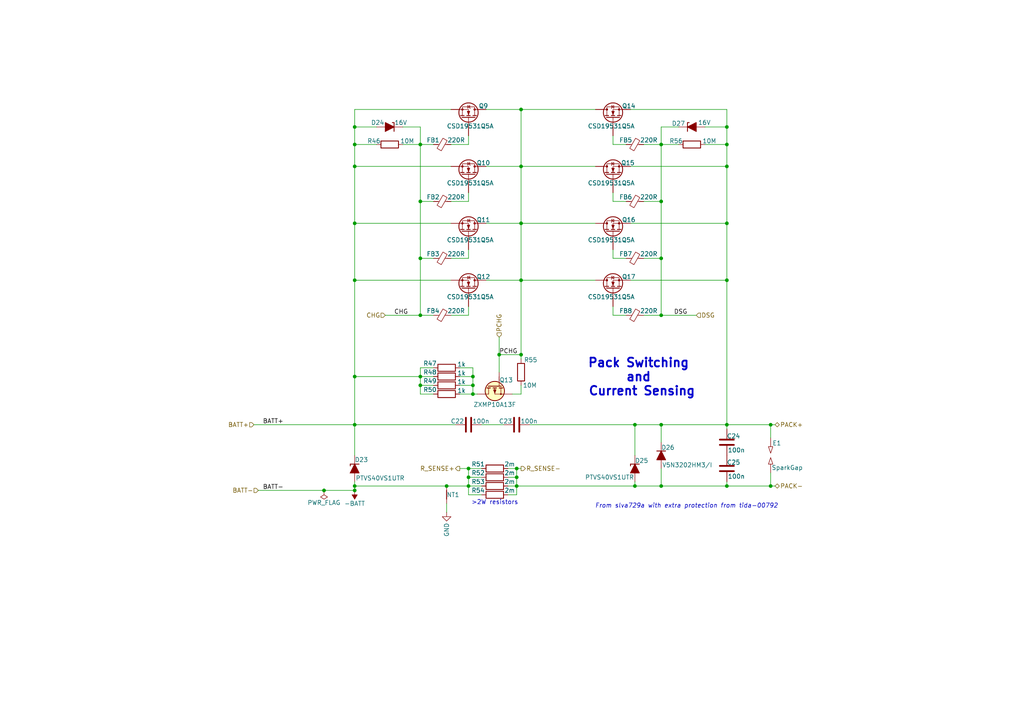
<source format=kicad_sch>
(kicad_sch (version 20250114) (generator "eeschema") (generator_version "9.0")
  (paper "A4")
  (lib_symbols
    (symbol "Device:C" (pin_numbers (hide yes)) (pin_names (offset 0.254))
      (property "Reference" "C" (at 0.635 2.54 0))
      (property "Value" "C" (at 0.635 -2.54 0))
      (symbol "C_0_1"
        (polyline (pts (xy -2.032 0.762) (xy 2.032 0.762)) (stroke (width 0.508)))
        (polyline (pts (xy -2.032 -0.762) (xy 2.032 -0.762)) (stroke (width 0.508)))
      )
      (symbol "C_1_1"
        (pin passive line (at 0 3.81 270) (length 2.794) (name "~") (number "1"))
        (pin passive line (at 0 -3.81 90) (length 2.794) (name "~") (number "2"))
      )
    )
    (symbol "Device:D_Filled" (pin_numbers (hide yes)) (pin_names (offset 1.016) (hide yes))
      (property "Reference" "D" (at 0 2.54 0))
      (property "Value" "D_Filled" (at 0 -2.54 0))
      (symbol "D_Filled_0_1"
        (polyline (pts (xy -1.27 1.27) (xy -1.27 -1.27)) (stroke (width 0.254)))
        (polyline (pts (xy 1.27 1.27) (xy 1.27 -1.27) (xy -1.27 0) (xy 1.27 1.27)) (stroke (width 0.254)) (fill (type outline)))
        (polyline (pts (xy 1.27 0) (xy -1.27 0)))
      )
      (symbol "D_Filled_1_1"
        (pin passive line (at -3.81 0 0) (length 2.54) (name "K") (number "1"))
        (pin passive line (at 3.81 0 180) (length 2.54) (name "A") (number "2"))
      )
    )
    (symbol "Device:D_Zener_Filled" (pin_numbers (hide yes)) (pin_names (offset 1.016) (hide yes))
      (property "Reference" "D" (at 0 2.54 0))
      (property "Value" "D_Zener_Filled" (at 0 -2.54 0))
      (symbol "D_Zener_Filled_0_1"
        (polyline (pts (xy -1.27 -1.27) (xy -1.27 1.27) (xy -0.762 1.27)) (stroke (width 0.254)))
        (polyline (pts (xy 1.27 0) (xy -1.27 0)))
        (polyline (pts (xy 1.27 -1.27) (xy 1.27 1.27) (xy -1.27 0) (xy 1.27 -1.27)) (stroke (width 0.254)) (fill (type outline)))
      )
      (symbol "D_Zener_Filled_1_1"
        (pin passive line (at -3.81 0 0) (length 2.54) (name "K") (number "1"))
        (pin passive line (at 3.81 0 180) (length 2.54) (name "A") (number "2"))
      )
    )
    (symbol "Device:FerriteBead_Small" (pin_numbers (hide yes)) (pin_names (offset 0))
      (property "Reference" "FB" (at 1.905 1.27 0))
      (property "Value" "FerriteBead_Small" (at 1.905 -1.27 0))
      (symbol "FerriteBead_Small_0_1"
        (polyline (pts (xy -1.8288 0.2794) (xy -1.1176 1.4986) (xy 1.8288 -0.2032) (xy 1.1176 -1.4224) (xy -1.8288 0.2794)))
        (polyline (pts (xy 0 0.889) (xy 0 1.2954)))
        (polyline (pts (xy 0 -1.27) (xy 0 -0.7874)))
      )
      (symbol "FerriteBead_Small_1_1"
        (pin passive line (at 0 2.54 270) (length 1.27) (name "~") (number "1"))
        (pin passive line (at 0 -2.54 90) (length 1.27) (name "~") (number "2"))
      )
    )
    (symbol "Device:NetTie_2" (pin_numbers (hide yes)) (pin_names (offset 0) (hide yes)) (in_bom no)
      (property "Reference" "NT" (at 0 1.27 0))
      (property "Value" "NetTie_2" (at 0 -1.27 0))
      (symbol "NetTie_2_0_1"
        (polyline (pts (xy -1.27 0) (xy 1.27 0)) (stroke (width 0.254)))
      )
      (symbol "NetTie_2_1_1"
        (pin passive line (at -2.54 0 0) (length 2.54) (name "1") (number "1"))
        (pin passive line (at 2.54 0 180) (length 2.54) (name "2") (number "2"))
      )
    )
    (symbol "Device:R" (pin_numbers (hide yes)) (pin_names (offset 0))
      (property "Reference" "R" (at 2.032 0 90))
      (property "Value" "R" (at 0 0 90))
      (symbol "R_0_1"
        (rectangle (start -1.016 -2.54) (end 1.016 2.54) (stroke (width 0.254)))
      )
      (symbol "R_1_1"
        (pin passive line (at 0 3.81 270) (length 1.27) (name "~") (number "1"))
        (pin passive line (at 0 -3.81 90) (length 1.27) (name "~") (number "2"))
      )
    )
    (symbol "Device:SparkGap" (pin_numbers (hide yes)) (pin_names (offset 0))
      (property "Reference" "E" (at 0 2.032 0))
      (property "Value" "SparkGap" (at 0 -1.905 0))
      (symbol "SparkGap_0_1"
        (polyline (pts (xy -2.54 0.635) (xy -2.54 -0.635) (xy -0.635 0) (xy -2.54 0.635)))
        (polyline (pts (xy 2.54 0.635) (xy 2.54 -0.635) (xy 0.635 0) (xy 2.54 0.635)))
      )
      (symbol "SparkGap_1_1"
        (pin passive line (at -5.08 0 0) (length 2.54) (name "~") (number "1"))
        (pin passive line (at 5.08 0 180) (length 2.54) (name "~") (number "2"))
      )
    )
    (symbol "PCM_4ms_Power-symbol:PWR_FLAG" (power) (pin_numbers (hide yes)) (pin_names (offset 0) (hide yes))
      (property "Value" "PWR_FLAG" (at 0 3.81 0))
      (symbol "PWR_FLAG_0_0"
        (pin power_out line (at 0 0 90) (length 0) (name "pwr") (number "1"))
      )
      (symbol "PWR_FLAG_0_1"
        (polyline (pts (xy 0 0) (xy 0 1.27) (xy -1.016 1.905) (xy 0 2.54) (xy 1.016 1.905) (xy 0 1.27)))
      )
    )
    (symbol "PCM_Diode_TVS_AKL:PTVS40VS1UTR" (pin_numbers (hide yes)) (pin_names (offset 1.016) (hide yes))
      (property "Reference" "D" (at 0 5.08 0))
      (property "Value" "PTVS40VS1UTR" (at 0 2.54 0))
      (symbol "PTVS40VS1UTR_0_1"
        (polyline (pts (xy -1.27 1.27) (xy -1.27 -1.27) (xy 1.27 0) (xy -1.27 1.27)) (stroke (width 0.254)) (fill (type outline)))
        (polyline (pts (xy -1.27 0) (xy 1.27 0)))
        (polyline (pts (xy 1.27 1.27) (xy 0.762 1.27)) (stroke (width 0.254)))
        (polyline (pts (xy 1.27 -1.27) (xy 1.27 1.27)) (stroke (width 0.254)))
      )
      (symbol "PTVS40VS1UTR_0_2"
        (polyline (pts (xy -2.54 -2.54) (xy 2.54 2.54)))
        (polyline (pts (xy -0.889 -0.889) (xy -1.778 0) (xy 0.889 0.889) (xy 0 -1.778) (xy -0.889 -0.889)) (stroke (width 0.254)) (fill (type outline)))
        (polyline (pts (xy 0 1.778) (xy -0.381 1.397)) (stroke (width 0.254)))
        (polyline (pts (xy 0 1.778) (xy 1.778 0)) (stroke (width 0.254)))
      )
      (symbol "PTVS40VS1UTR_1_1"
        (pin passive line (at -3.81 0 0) (length 2.54) (name "A") (number "2"))
        (pin passive line (at 3.81 0 180) (length 2.54) (name "K") (number "1"))
      )
      (symbol "PTVS40VS1UTR_1_2"
        (pin passive line (at -2.54 -2.54 0) (length 0) (name "A") (number "2"))
        (pin passive line (at 2.54 2.54 180) (length 0) (name "K") (number "1"))
      )
    )
    (symbol "Transistor_FET:CSD19531Q5A" (pin_numbers (hide yes)) (pin_names (hide yes))
      (property "Reference" "Q" (at 5.08 1.905 0))
      (property "Value" "CSD19531Q5A" (at 5.08 0 0))
      (symbol "CSD19531Q5A_0_1"
        (polyline (pts (xy 0.254 1.905) (xy 0.254 -1.905)) (stroke (width 0.254)))
        (polyline (pts (xy 0.254 0) (xy -2.54 0)))
        (polyline (pts (xy 0.762 2.286) (xy 0.762 1.27)) (stroke (width 0.254)))
        (polyline (pts (xy 0.762 0.508) (xy 0.762 -0.508)) (stroke (width 0.254)))
        (polyline (pts (xy 0.762 -1.27) (xy 0.762 -2.286)) (stroke (width 0.254)))
        (polyline (pts (xy 0.762 -1.778) (xy 3.302 -1.778) (xy 3.302 1.778) (xy 0.762 1.778)))
        (polyline (pts (xy 1.016 0) (xy 2.032 0.381) (xy 2.032 -0.381) (xy 1.016 0)) (fill (type outline)))
        (circle (center 1.651 0) (radius 2.794) (stroke (width 0.254)))
        (polyline (pts (xy 2.54 2.54) (xy 2.54 1.778)))
        (circle (center 2.54 1.778) (radius 0.254) (fill (type outline)))
        (circle (center 2.54 -1.778) (radius 0.254) (fill (type outline)))
        (polyline (pts (xy 2.54 -2.54) (xy 2.54 0) (xy 0.762 0)))
        (polyline (pts (xy 2.794 0.508) (xy 2.921 0.381) (xy 3.683 0.381) (xy 3.81 0.254)))
        (polyline (pts (xy 3.302 0.381) (xy 2.921 -0.254) (xy 3.683 -0.254) (xy 3.302 0.381)))
      )
      (symbol "CSD19531Q5A_1_1"
        (pin passive line (at -5.08 0 0) (length 2.54) (name "G") (number "4"))
        (pin passive line (at 2.54 5.08 270) (length 2.54) (name "D") (number "5"))
        (pin passive line (at 2.54 -5.08 90) (length 2.54) (name "S") (number "1"))
        (pin passive line (at 2.54 -5.08 90) (length 2.54) (hide yes) (name "S") (number "2"))
        (pin passive line (at 2.54 -5.08 90) (length 2.54) (hide yes) (name "S") (number "3"))
      )
    )
    (symbol "ZXMP10A13F_2" (pin_numbers (hide yes)) (pin_names (hide yes))
      (property "Reference" "Q" (at 5.08 1.27 0))
      (property "Value" "ZXMP10A13F" (at 5.08 -1.27 0))
      (symbol "ZXMP10A13F_2_0_1"
        (polyline (pts (xy 0.254 1.27) (xy -2.54 1.27)))
        (polyline (pts (xy 0.254 -1.905) (xy 0.254 1.905)) (stroke (width 0.254)))
        (polyline (pts (xy 0.762 1.778) (xy 2.54 1.778)))
        (polyline (pts (xy 0.762 1.27) (xy 0.762 2.286)) (stroke (width 0.254)))
        (polyline (pts (xy 0.762 -0.508) (xy 0.762 0.508)) (stroke (width 0.254)))
        (polyline (pts (xy 0.762 -1.778) (xy 2.54 -1.778)))
        (polyline (pts (xy 0.762 -2.286) (xy 0.762 -1.27)) (stroke (width 0.254)))
        (polyline (pts (xy 2.286 0) (xy 1.27 -0.381) (xy 1.27 0.381) (xy 2.286 0)) (fill (type outline)))
        (polyline (pts (xy 2.54 2.54) (xy 2.54 0) (xy 0.762 0)))
        (polyline (pts (xy 2.54 -2.54) (xy 2.54 -1.778)))
      )
      (symbol "ZXMP10A13F_2_1_1"
        (circle (center 1.651 0) (radius 2.794) (stroke (width 0.254)) (fill (type background)))
        (circle (center 2.54 1.778) (radius 0.1778) (fill (type outline)))
        (pin input line (at -3.81 1.27 0) (length 2.54) (name "G") (number "1"))
        (pin passive line (at 2.54 5.08 270) (length 2.54) (name "S") (number "2"))
        (pin passive line (at 2.54 -5.08 90) (length 2.54) (name "D") (number "3"))
      )
    )
    (symbol "power:-BATT" (power) (pin_numbers (hide yes)) (pin_names (offset 0) (hide yes))
      (property "Value" "-BATT" (at 0 3.556 0))
      (symbol "-BATT_0_1"
        (polyline (pts (xy 0 0) (xy 0 2.54)))
        (polyline (pts (xy 0.762 1.27) (xy -0.762 1.27) (xy 0 2.54) (xy 0.762 1.27)) (fill (type outline)))
      )
      (symbol "-BATT_1_1"
        (pin power_in line (at 0 0 90) (length 0) (name "~") (number "1"))
      )
    )
    (symbol "power:GND" (power) (pin_numbers (hide yes)) (pin_names (offset 0) (hide yes))
      (property "Value" "GND" (at 0 -3.81 0))
      (symbol "GND_0_1"
        (polyline (pts (xy 0 0) (xy 0 -1.27) (xy 1.27 -1.27) (xy 0 -2.54) (xy -1.27 -1.27) (xy 0 -1.27)))
      )
      (symbol "GND_1_1"
        (pin power_in line (at 0 0 270) (length 0) (name "~") (number "1"))
      )
    )
  )
  (text "Pack Switching \nand \nCurrent Sensing" (at 186.182 109.474 0) (effects (font (size 2.54 2.54) (thickness 0.508) (bold yes))))
  (text "From slva729a with extra protection from tida-00792" (at 199.136 146.812 0) (effects (font (size 1.27 1.27) (italic yes))))
  (text ">2W resistors" (at 143.51 145.796 0) (effects (font (size 1.27 1.27))))
  (junction (at 184.15 140.97))
  (junction (at 149.86 135.89))
  (junction (at 137.16 109.22))
  (junction (at 210.82 48.26))
  (junction (at 121.92 74.93))
  (junction (at 102.87 48.26))
  (junction (at 135.89 138.43))
  (junction (at 135.89 135.89))
  (junction (at 191.77 91.44))
  (junction (at 121.92 58.42))
  (junction (at 121.92 91.44))
  (junction (at 102.87 64.77))
  (junction (at 223.52 140.97))
  (junction (at 149.86 138.43))
  (junction (at 121.92 41.91))
  (junction (at 223.52 123.19))
  (junction (at 102.87 142.24))
  (junction (at 102.87 140.97))
  (junction (at 151.13 64.77))
  (junction (at 137.16 111.76))
  (junction (at 191.77 41.91))
  (junction (at 191.77 58.42))
  (junction (at 210.82 81.28))
  (junction (at 144.78 102.87))
  (junction (at 121.92 109.22))
  (junction (at 210.82 41.91))
  (junction (at 151.13 31.75))
  (junction (at 93.98 142.24))
  (junction (at 102.87 36.83))
  (junction (at 151.13 102.87))
  (junction (at 121.92 111.76))
  (junction (at 210.82 36.83))
  (junction (at 210.82 64.77))
  (junction (at 191.77 74.93))
  (junction (at 149.86 140.97))
  (junction (at 129.54 140.97))
  (junction (at 191.77 123.19))
  (junction (at 137.16 114.3))
  (junction (at 191.77 140.97))
  (junction (at 210.82 140.97))
  (junction (at 102.87 123.19))
  (junction (at 102.87 41.91))
  (junction (at 151.13 81.28))
  (junction (at 102.87 81.28))
  (junction (at 210.82 123.19))
  (junction (at 151.13 48.26))
  (junction (at 184.15 123.19))
  (junction (at 102.87 109.22))
  (junction (at 135.89 140.97))
  (wire (pts (xy 102.87 123.19) (xy 102.87 132.08)))
  (wire (pts (xy 210.82 48.26) (xy 182.88 48.26)))
  (wire (pts (xy 137.16 106.68) (xy 137.16 109.22)))
  (wire (pts (xy 151.13 81.28) (xy 172.72 81.28)))
  (wire (pts (xy 137.16 111.76) (xy 137.16 114.3)))
  (wire (pts (xy 102.87 48.26) (xy 102.87 64.77)))
  (wire (pts (xy 125.73 74.93) (xy 121.92 74.93)))
  (wire (pts (xy 223.52 137.16) (xy 223.52 140.97)))
  (wire (pts (xy 102.87 36.83) (xy 109.22 36.83)))
  (wire (pts (xy 184.15 140.97) (xy 191.77 140.97)))
  (wire (pts (xy 147.32 140.97) (xy 149.86 140.97)))
  (wire (pts (xy 121.92 106.68) (xy 125.73 106.68)))
  (wire (pts (xy 144.78 102.87) (xy 151.13 102.87)))
  (wire (pts (xy 102.87 109.22) (xy 102.87 123.19)))
  (wire (pts (xy 196.85 41.91) (xy 191.77 41.91)))
  (wire (pts (xy 121.92 91.44) (xy 121.92 74.93)))
  (wire (pts (xy 184.15 123.19) (xy 191.77 123.19)))
  (wire (pts (xy 144.78 102.87) (xy 144.78 107.95)))
  (wire (pts (xy 140.97 64.77) (xy 151.13 64.77)))
  (wire (pts (xy 135.89 135.89) (xy 139.7 135.89)))
  (wire (pts (xy 135.89 91.44) (xy 135.89 88.9)))
  (wire (pts (xy 135.89 58.42) (xy 135.89 55.88)))
  (wire (pts (xy 144.78 97.79) (xy 144.78 102.87)))
  (wire (pts (xy 210.82 48.26) (xy 210.82 64.77)))
  (wire (pts (xy 135.89 140.97) (xy 135.89 143.51)))
  (wire (pts (xy 210.82 140.97) (xy 223.52 140.97)))
  (wire (pts (xy 223.52 127) (xy 223.52 123.19)))
  (wire (pts (xy 102.87 31.75) (xy 102.87 36.83)))
  (wire (pts (xy 186.69 58.42) (xy 191.77 58.42)))
  (wire (pts (xy 181.61 91.44) (xy 177.8 91.44)))
  (wire (pts (xy 102.87 64.77) (xy 102.87 81.28)))
  (wire (pts (xy 121.92 41.91) (xy 121.92 58.42)))
  (wire (pts (xy 210.82 36.83) (xy 210.82 41.91)))
  (wire (pts (xy 139.7 138.43) (xy 135.89 138.43)))
  (wire (pts (xy 201.93 91.44) (xy 191.77 91.44)))
  (wire (pts (xy 140.97 48.26) (xy 151.13 48.26)))
  (wire (pts (xy 135.89 41.91) (xy 135.89 39.37)))
  (wire (pts (xy 149.86 135.89) (xy 149.86 138.43)))
  (wire (pts (xy 191.77 123.19) (xy 210.82 123.19)))
  (wire (pts (xy 191.77 58.42) (xy 191.77 74.93)))
  (wire (pts (xy 125.73 91.44) (xy 121.92 91.44)))
  (wire (pts (xy 129.54 146.05) (xy 129.54 148.59)))
  (wire (pts (xy 181.61 41.91) (xy 177.8 41.91)))
  (wire (pts (xy 121.92 41.91) (xy 125.73 41.91)))
  (wire (pts (xy 181.61 74.93) (xy 177.8 74.93)))
  (wire (pts (xy 133.35 111.76) (xy 137.16 111.76)))
  (wire (pts (xy 210.82 124.46) (xy 210.82 123.19)))
  (wire (pts (xy 210.82 31.75) (xy 182.88 31.75)))
  (wire (pts (xy 121.92 114.3) (xy 125.73 114.3)))
  (wire (pts (xy 149.86 140.97) (xy 184.15 140.97)))
  (wire (pts (xy 140.97 81.28) (xy 151.13 81.28)))
  (wire (pts (xy 102.87 41.91) (xy 109.22 41.91)))
  (wire (pts (xy 210.82 81.28) (xy 182.88 81.28)))
  (wire (pts (xy 121.92 111.76) (xy 121.92 114.3)))
  (wire (pts (xy 121.92 36.83) (xy 121.92 41.91)))
  (wire (pts (xy 191.77 140.97) (xy 210.82 140.97)))
  (wire (pts (xy 151.13 48.26) (xy 151.13 64.77)))
  (wire (pts (xy 186.69 74.93) (xy 191.77 74.93)))
  (wire (pts (xy 133.35 135.89) (xy 135.89 135.89)))
  (wire (pts (xy 191.77 135.89) (xy 191.77 140.97)))
  (wire (pts (xy 73.66 123.19) (xy 102.87 123.19)))
  (wire (pts (xy 191.77 41.91) (xy 191.77 58.42)))
  (wire (pts (xy 135.89 135.89) (xy 135.89 138.43)))
  (wire (pts (xy 177.8 74.93) (xy 177.8 72.39)))
  (wire (pts (xy 151.13 64.77) (xy 172.72 64.77)))
  (wire (pts (xy 151.13 64.77) (xy 151.13 81.28)))
  (wire (pts (xy 93.98 142.24) (xy 102.87 142.24)))
  (wire (pts (xy 139.7 123.19) (xy 146.05 123.19)))
  (wire (pts (xy 191.77 91.44) (xy 191.77 74.93)))
  (wire (pts (xy 137.16 109.22) (xy 137.16 111.76)))
  (wire (pts (xy 130.81 58.42) (xy 135.89 58.42)))
  (wire (pts (xy 135.89 74.93) (xy 135.89 72.39)))
  (wire (pts (xy 102.87 64.77) (xy 130.81 64.77)))
  (wire (pts (xy 121.92 58.42) (xy 121.92 74.93)))
  (wire (pts (xy 151.13 31.75) (xy 151.13 48.26)))
  (wire (pts (xy 121.92 109.22) (xy 121.92 111.76)))
  (wire (pts (xy 210.82 140.97) (xy 210.82 139.7)))
  (wire (pts (xy 184.15 140.97) (xy 184.15 139.7)))
  (wire (pts (xy 191.77 123.19) (xy 191.77 128.27)))
  (wire (pts (xy 130.81 91.44) (xy 135.89 91.44)))
  (wire (pts (xy 147.32 138.43) (xy 149.86 138.43)))
  (wire (pts (xy 102.87 36.83) (xy 102.87 41.91)))
  (wire (pts (xy 153.67 123.19) (xy 184.15 123.19)))
  (wire (pts (xy 102.87 123.19) (xy 132.08 123.19)))
  (wire (pts (xy 210.82 64.77) (xy 182.88 64.77)))
  (wire (pts (xy 224.79 140.97) (xy 223.52 140.97)))
  (wire (pts (xy 147.32 135.89) (xy 149.86 135.89)))
  (wire (pts (xy 210.82 64.77) (xy 210.82 81.28)))
  (wire (pts (xy 129.54 140.97) (xy 135.89 140.97)))
  (wire (pts (xy 149.86 140.97) (xy 149.86 143.51)))
  (wire (pts (xy 133.35 109.22) (xy 137.16 109.22)))
  (wire (pts (xy 210.82 123.19) (xy 223.52 123.19)))
  (wire (pts (xy 210.82 41.91) (xy 210.82 48.26)))
  (wire (pts (xy 102.87 140.97) (xy 102.87 139.7)))
  (wire (pts (xy 151.13 102.87) (xy 151.13 104.14)))
  (wire (pts (xy 121.92 109.22) (xy 121.92 106.68)))
  (wire (pts (xy 133.35 106.68) (xy 137.16 106.68)))
  (wire (pts (xy 130.81 74.93) (xy 135.89 74.93)))
  (wire (pts (xy 224.79 123.19) (xy 223.52 123.19)))
  (wire (pts (xy 191.77 36.83) (xy 191.77 41.91)))
  (wire (pts (xy 135.89 140.97) (xy 139.7 140.97)))
  (wire (pts (xy 135.89 138.43) (xy 135.89 140.97)))
  (wire (pts (xy 125.73 58.42) (xy 121.92 58.42)))
  (wire (pts (xy 121.92 111.76) (xy 125.73 111.76)))
  (wire (pts (xy 102.87 41.91) (xy 102.87 48.26)))
  (wire (pts (xy 151.13 114.3) (xy 148.59 114.3)))
  (wire (pts (xy 177.8 91.44) (xy 177.8 88.9)))
  (wire (pts (xy 186.69 91.44) (xy 191.77 91.44)))
  (wire (pts (xy 196.85 36.83) (xy 191.77 36.83)))
  (wire (pts (xy 140.97 31.75) (xy 151.13 31.75)))
  (wire (pts (xy 210.82 81.28) (xy 210.82 123.19)))
  (wire (pts (xy 102.87 140.97) (xy 129.54 140.97)))
  (wire (pts (xy 149.86 135.89) (xy 151.13 135.89)))
  (wire (pts (xy 116.84 41.91) (xy 121.92 41.91)))
  (wire (pts (xy 102.87 31.75) (xy 130.81 31.75)))
  (wire (pts (xy 102.87 48.26) (xy 130.81 48.26)))
  (wire (pts (xy 151.13 31.75) (xy 172.72 31.75)))
  (wire (pts (xy 151.13 111.76) (xy 151.13 114.3)))
  (wire (pts (xy 137.16 114.3) (xy 138.43 114.3)))
  (wire (pts (xy 135.89 143.51) (xy 139.7 143.51)))
  (wire (pts (xy 151.13 81.28) (xy 151.13 102.87)))
  (wire (pts (xy 102.87 81.28) (xy 130.81 81.28)))
  (wire (pts (xy 133.35 114.3) (xy 137.16 114.3)))
  (wire (pts (xy 149.86 143.51) (xy 147.32 143.51)))
  (wire (pts (xy 102.87 81.28) (xy 102.87 109.22)))
  (wire (pts (xy 210.82 36.83) (xy 204.47 36.83)))
  (wire (pts (xy 116.84 36.83) (xy 121.92 36.83)))
  (wire (pts (xy 191.77 41.91) (xy 186.69 41.91)))
  (wire (pts (xy 102.87 140.97) (xy 102.87 142.24)))
  (wire (pts (xy 121.92 109.22) (xy 125.73 109.22)))
  (wire (pts (xy 102.87 109.22) (xy 121.92 109.22)))
  (wire (pts (xy 210.82 41.91) (xy 204.47 41.91)))
  (wire (pts (xy 151.13 48.26) (xy 172.72 48.26)))
  (wire (pts (xy 74.93 142.24) (xy 93.98 142.24)))
  (wire (pts (xy 130.81 41.91) (xy 135.89 41.91)))
  (wire (pts (xy 177.8 41.91) (xy 177.8 39.37)))
  (wire (pts (xy 177.8 58.42) (xy 177.8 55.88)))
  (wire (pts (xy 181.61 58.42) (xy 177.8 58.42)))
  (wire (pts (xy 184.15 123.19) (xy 184.15 132.08)))
  (wire (pts (xy 210.82 31.75) (xy 210.82 36.83)))
  (wire (pts (xy 149.86 138.43) (xy 149.86 140.97)))
  (wire (pts (xy 111.76 91.44) (xy 121.92 91.44)))
  (label "CHG" (at 114.3 91.44 0))
  (label "PCHG" (at 144.78 102.87 0))
  (label "BATT-" (at 76.2 142.24 0) (effects (font (thickness 0.1588))))
  (label "DSG" (at 199.39 91.44 180))
  (label "BATT+" (at 76.2 123.19 0) (effects (font (thickness 0.1588))))
  (hierarchical_label "PACK+" (shape bidirectional) (at 224.79 123.19 0))
  (hierarchical_label "R_SENSE+" (shape output) (at 133.35 135.89 180))
  (hierarchical_label "R_SENSE-" (shape output) (at 151.13 135.89 0))
  (hierarchical_label "BATT+" (shape input) (at 73.66 123.19 180))
  (hierarchical_label "BATT-" (shape input) (at 74.93 142.24 180))
  (hierarchical_label "PACK-" (shape bidirectional) (at 224.79 140.97 0))
  (hierarchical_label "DSG" (shape input) (at 201.93 91.44 0))
  (hierarchical_label "CHG" (shape input) (at 111.76 91.44 180))
  (hierarchical_label "PCHG" (shape input) (at 144.78 97.79 90))
  (symbol (lib_id "Device:R") (at 143.51 135.89 90) (unit 1)
    (property "Reference" "R51" (at 138.684 134.62 90))
    (property "Value" "2m" (at 147.828 134.62 90))
    (property "Description" "Resistor" (effects (hide yes)))
  )
  (symbol (lib_id "Device:R") (at 151.13 107.95 0) (mirror y) (unit 1)
    (property "Reference" "R55" (at 153.924 104.394 0))
    (property "Value" "10M" (at 153.67 111.76 0))
    (property "Description" "Resistor" (effects (hide yes)))
  )
  (symbol (lib_id "Device:FerriteBead_Small") (at 128.27 58.42 90) (unit 1)
    (property "Reference" "FB2" (at 127.508 57.15 90) (effects (justify left)))
    (property "Value" "220R" (at 134.874 57.15 90) (effects (justify left)))
    (property "Description" "Ferrite bead, small symbol" (effects (hide yes)))
  )
  (symbol (lib_id "Device:D_Filled") (at 191.77 132.08 270) (unit 1)
    (property "Reference" "D26" (at 191.77 129.794 90) (effects (justify left)))
    (property "Value" "V5N3202HM3/I" (at 192.024 134.874 90) (effects (justify left)))
    (property "Description" "Diode, filled shape" (effects (hide yes)))
    (property "Sim.Device" "D" (effects (hide yes)))
    (property "Sim.Pins" "1=K 2=A" (effects (hide yes)))
  )
  (symbol (lib_id "Device:R") (at 113.03 41.91 270) (unit 1)
    (property "Reference" "R46" (at 108.458 40.894 90))
    (property "Value" "10M" (at 118.11 40.894 90))
    (property "Description" "Resistor" (effects (hide yes)))
  )
  (symbol (lib_id "Device:R") (at 143.51 140.97 90) (unit 1)
    (property "Reference" "R53" (at 138.684 139.7 90))
    (property "Value" "2m" (at 147.828 139.7 90))
    (property "Description" "Resistor" (effects (hide yes)))
  )
  (symbol (lib_id "Device:C") (at 210.82 135.89 0) (mirror x) (unit 1)
    (property "Reference" "C25" (at 210.82 134.112 0) (effects (justify left)))
    (property "Value" "100n" (at 211.074 138.176 0) (effects (justify left)))
    (property "Description" "Unpolarized capacitor" (effects (hide yes)))
  )
  (symbol (lib_name "ZXMP10A13F_2") (lib_id "PCM_Transistor_MOSFET_AKL:ZXMP10A13F") (at 143.51 111.76 270) (unit 1)
    (property "Reference" "Q13" (at 146.812 110.236 90))
    (property "Value" "ZXMP10A13F" (at 143.51 117.348 90))
    (property "Footprint" "PCM_Package_TO_SOT_SMD_AKL:SOT-23" (effects (hide yes)))
    (property "Datasheet" "https://www.tme.eu/Document/71caec234188a0900f7c4ed77bf796be/ZXMP10A13F.pdf" (effects (hide yes)))
    (property "Description" "SOT-23 P-MOSFET enchancement mode transistor, 100V, 0.7A, 625mW, Alternate KiCAD Library" (effects (hide yes)))
  )
  (symbol (lib_id "Device:FerriteBead_Small") (at 184.15 58.42 90) (unit 1)
    (property "Reference" "FB6" (at 183.388 57.15 90) (effects (justify left)))
    (property "Value" "220R" (at 190.754 57.15 90) (effects (justify left)))
    (property "Description" "Ferrite bead, small symbol" (effects (hide yes)))
  )
  (symbol (lib_id "Device:FerriteBead_Small") (at 184.15 41.91 90) (unit 1)
    (property "Reference" "FB5" (at 183.388 40.64 90) (effects (justify left)))
    (property "Value" "220R" (at 190.754 40.64 90) (effects (justify left)))
    (property "Description" "Ferrite bead, small symbol" (effects (hide yes)))
  )
  (symbol (lib_id "PCM_Diode_TVS_AKL:PTVS40VS1UTR") (at 102.87 135.89 90) (unit 1)
    (property "Reference" "D23" (at 102.87 133.35 90) (effects (justify right)))
    (property "Value" "PTVS40VS1UTR" (at 103.124 138.684 90) (effects (justify right)))
    (property "Footprint" "PCM_Diode_SMD_AKL:D_SOD-123F" (effects (hide yes)))
    (property "Datasheet" "https://www.tme.eu/Document/2e8aaef06c6b99cbe490b416bc53c8a0/PTVSXS1UTR_SER.pdf" (effects (hide yes)))
    (property "Description" "SOD-123F Unidirectional TVS diode, 40V, 400W, Alternate KiCAD Library" (effects (hide yes)))
  )
  (symbol (lib_id "Transistor_FET:CSD19531Q5A") (at 135.89 34.29 270) (mirror x) (unit 1)
    (property "Reference" "Q9" (at 140.208 30.734 90))
    (property "Value" "CSD19531Q5A" (at 136.398 36.576 90))
    (property "Footprint" "Package_TO_SOT_SMD:TDSON-8-1" (effects (hide yes)))
    (property "Datasheet" "http://www.ti.com/lit/gpn/csd19531q5a" (effects (hide yes)))
    (property "Description" "100A Id, 100V Vds, NexFET N-Channel Power MOSFET, 6.4mOhm Ron, 37nC Qg(typ), SON8 5x6mm" (effects (hide yes)))
  )
  (symbol (lib_id "Transistor_FET:CSD19531Q5A") (at 177.8 67.31 90) (unit 1)
    (property "Reference" "Q16" (at 182.372 63.754 90))
    (property "Value" "CSD19531Q5A" (at 177.292 69.596 90))
    (property "Footprint" "Package_TO_SOT_SMD:TDSON-8-1" (effects (hide yes)))
    (property "Datasheet" "http://www.ti.com/lit/gpn/csd19531q5a" (effects (hide yes)))
    (property "Description" "100A Id, 100V Vds, NexFET N-Channel Power MOSFET, 6.4mOhm Ron, 37nC Qg(typ), SON8 5x6mm" (effects (hide yes)))
  )
  (symbol (lib_id "Device:R") (at 129.54 109.22 90) (unit 1)
    (property "Reference" "R48" (at 124.714 107.95 90))
    (property "Value" "1k" (at 133.858 108.204 90))
    (property "Description" "Resistor" (effects (hide yes)))
  )
  (symbol (lib_id "Device:R") (at 200.66 41.91 270) (unit 1)
    (property "Reference" "R56" (at 196.088 40.894 90))
    (property "Value" "10M" (at 205.74 40.894 90))
    (property "Description" "Resistor" (effects (hide yes)))
  )
  (symbol (lib_id "power:GND") (at 129.54 148.59 0) (unit 1)
    (property "Reference" "#PWR022" (effects (hide yes)))
    (property "Value" "GND" (at 129.54 153.67 90))
    (property "Description" "Power symbol creates a global label with name \"GND\" , ground" (effects (hide yes)))
  )
  (symbol (lib_id "Device:R") (at 129.54 111.76 90) (unit 1)
    (property "Reference" "R49" (at 124.714 110.49 90))
    (property "Value" "1k" (at 133.858 110.744 90))
    (property "Description" "Resistor" (effects (hide yes)))
  )
  (symbol (lib_id "Device:R") (at 129.54 114.3 90) (unit 1)
    (property "Reference" "R50" (at 124.714 113.03 90))
    (property "Value" "1k" (at 133.858 113.284 90))
    (property "Description" "Resistor" (effects (hide yes)))
  )
  (symbol (lib_id "Device:R") (at 143.51 143.51 90) (unit 1)
    (property "Reference" "R54" (at 138.684 142.24 90))
    (property "Value" "2m" (at 147.828 142.24 90))
    (property "Description" "Resistor" (effects (hide yes)))
  )
  (symbol (lib_id "Device:C") (at 149.86 123.19 90) (unit 1)
    (property "Reference" "C23" (at 148.59 122.174 90) (effects (justify left)))
    (property "Value" "100n" (at 155.956 122.174 90) (effects (justify left)))
    (property "Description" "Unpolarized capacitor" (effects (hide yes)))
  )
  (symbol (lib_id "Device:R") (at 143.51 138.43 90) (unit 1)
    (property "Reference" "R52" (at 138.684 137.16 90))
    (property "Value" "2m" (at 147.828 137.16 90))
    (property "Description" "Resistor" (effects (hide yes)))
  )
  (symbol (lib_id "Transistor_FET:CSD19531Q5A") (at 177.8 34.29 90) (unit 1)
    (property "Reference" "Q14" (at 182.372 30.734 90))
    (property "Value" "CSD19531Q5A" (at 177.292 36.576 90))
    (property "Footprint" "Package_TO_SOT_SMD:TDSON-8-1" (effects (hide yes)))
    (property "Datasheet" "http://www.ti.com/lit/gpn/csd19531q5a" (effects (hide yes)))
    (property "Description" "100A Id, 100V Vds, NexFET N-Channel Power MOSFET, 6.4mOhm Ron, 37nC Qg(typ), SON8 5x6mm" (effects (hide yes)))
  )
  (symbol (lib_id "Device:R") (at 129.54 106.68 90) (unit 1)
    (property "Reference" "R47" (at 124.714 105.41 90))
    (property "Value" "1k" (at 133.858 105.664 90))
    (property "Description" "Resistor" (effects (hide yes)))
  )
  (symbol (lib_id "PCM_Diode_TVS_AKL:PTVS40VS1UTR") (at 184.15 135.89 90) (unit 1)
    (property "Reference" "D25" (at 184.15 133.604 90) (effects (justify right)))
    (property "Value" "PTVS40VS1UTR" (at 169.672 138.43 90) (effects (justify right)))
    (property "Footprint" "PCM_Diode_SMD_AKL:D_SOD-123F" (effects (hide yes)))
    (property "Datasheet" "https://www.tme.eu/Document/2e8aaef06c6b99cbe490b416bc53c8a0/PTVSXS1UTR_SER.pdf" (effects (hide yes)))
    (property "Description" "SOD-123F Unidirectional TVS diode, 40V, 400W, Alternate KiCAD Library" (effects (hide yes)))
  )
  (symbol (lib_id "Device:FerriteBead_Small") (at 184.15 74.93 90) (unit 1)
    (property "Reference" "FB7" (at 183.388 73.66 90) (effects (justify left)))
    (property "Value" "220R" (at 190.754 73.66 90) (effects (justify left)))
    (property "Description" "Ferrite bead, small symbol" (effects (hide yes)))
  )
  (symbol (lib_id "power:-BATT") (at 102.87 142.24 180) (unit 1)
    (property "Reference" "#PWR021" (effects (hide yes)))
    (property "Value" "-BATT" (at 102.87 146.05 0))
    (property "Description" "Power symbol creates a global label with name \"-BATT\"" (effects (hide yes)))
  )
  (symbol (lib_id "Device:C") (at 135.89 123.19 90) (unit 1)
    (property "Reference" "C22" (at 134.62 122.174 90) (effects (justify left)))
    (property "Value" "100n" (at 141.986 122.174 90) (effects (justify left)))
    (property "Description" "Unpolarized capacitor" (effects (hide yes)))
  )
  (symbol (lib_id "Transistor_FET:CSD19531Q5A") (at 177.8 50.8 90) (unit 1)
    (property "Reference" "Q15" (at 182.118 47.244 90))
    (property "Value" "CSD19531Q5A" (at 177.292 53.086 90))
    (property "Footprint" "Package_TO_SOT_SMD:TDSON-8-1" (effects (hide yes)))
    (property "Datasheet" "http://www.ti.com/lit/gpn/csd19531q5a" (effects (hide yes)))
    (property "Description" "100A Id, 100V Vds, NexFET N-Channel Power MOSFET, 6.4mOhm Ron, 37nC Qg(typ), SON8 5x6mm" (effects (hide yes)))
  )
  (symbol (lib_id "PCM_4ms_Power-symbol:PWR_FLAG") (at 93.98 142.24 180) (unit 1)
    (property "Reference" "#FLG02" (effects (hide yes)))
    (property "Value" "PWR_FLAG" (at 98.806 145.796 0) (effects (justify left)))
  )
  (symbol (lib_id "Device:D_Zener_Filled") (at 200.66 36.83 0) (unit 1)
    (property "Reference" "D27" (at 194.818 35.814 0) (effects (justify left)))
    (property "Value" "16V" (at 202.438 35.56 0) (effects (justify left)))
    (property "Description" "Zener diode, filled shape" (effects (hide yes)))
  )
  (symbol (lib_id "Transistor_FET:CSD19531Q5A") (at 177.8 83.82 90) (unit 1)
    (property "Reference" "Q17" (at 182.372 80.264 90))
    (property "Value" "CSD19531Q5A" (at 177.292 86.106 90))
    (property "Footprint" "Package_TO_SOT_SMD:TDSON-8-1" (effects (hide yes)))
    (property "Datasheet" "http://www.ti.com/lit/gpn/csd19531q5a" (effects (hide yes)))
    (property "Description" "100A Id, 100V Vds, NexFET N-Channel Power MOSFET, 6.4mOhm Ron, 37nC Qg(typ), SON8 5x6mm" (effects (hide yes)))
  )
  (symbol (lib_id "Device:FerriteBead_Small") (at 128.27 91.44 90) (unit 1)
    (property "Reference" "FB4" (at 127.508 90.17 90) (effects (justify left)))
    (property "Value" "220R" (at 134.874 90.17 90) (effects (justify left)))
    (property "Description" "Ferrite bead, small symbol" (effects (hide yes)))
  )
  (symbol (lib_id "Transistor_FET:CSD19531Q5A") (at 135.89 67.31 270) (mirror x) (unit 1)
    (property "Reference" "Q11" (at 140.208 63.754 90))
    (property "Value" "CSD19531Q5A" (at 136.398 69.596 90))
    (property "Footprint" "Package_TO_SOT_SMD:TDSON-8-1" (effects (hide yes)))
    (property "Datasheet" "http://www.ti.com/lit/gpn/csd19531q5a" (effects (hide yes)))
    (property "Description" "100A Id, 100V Vds, NexFET N-Channel Power MOSFET, 6.4mOhm Ron, 37nC Qg(typ), SON8 5x6mm" (effects (hide yes)))
  )
  (symbol (lib_id "Device:FerriteBead_Small") (at 128.27 74.93 90) (unit 1)
    (property "Reference" "FB3" (at 127.508 73.66 90) (effects (justify left)))
    (property "Value" "220R" (at 134.874 73.66 90) (effects (justify left)))
    (property "Description" "Ferrite bead, small symbol" (effects (hide yes)))
  )
  (symbol (lib_id "Device:NetTie_2") (at 129.54 143.51 90) (unit 1) (in_bom no)
    (property "Reference" "NT1" (at 129.54 143.51 90) (effects (justify right)))
    (property "Value" "NetTie_2" (effects (hide yes)))
    (property "Description" "Net tie, 2 pins" (effects (hide yes)))
  )
  (symbol (lib_id "Device:C") (at 210.82 128.27 0) (mirror x) (unit 1)
    (property "Reference" "C24" (at 210.82 126.492 0) (effects (justify left)))
    (property "Value" "100n" (at 211.074 130.556 0) (effects (justify left)))
    (property "Description" "Unpolarized capacitor" (effects (hide yes)))
  )
  (symbol (lib_id "Transistor_FET:CSD19531Q5A") (at 135.89 50.8 270) (mirror x) (unit 1)
    (property "Reference" "Q10" (at 140.208 47.244 90))
    (property "Value" "CSD19531Q5A" (at 136.398 53.086 90))
    (property "Footprint" "Package_TO_SOT_SMD:TDSON-8-1" (effects (hide yes)))
    (property "Datasheet" "http://www.ti.com/lit/gpn/csd19531q5a" (effects (hide yes)))
    (property "Description" "100A Id, 100V Vds, NexFET N-Channel Power MOSFET, 6.4mOhm Ron, 37nC Qg(typ), SON8 5x6mm" (effects (hide yes)))
  )
  (symbol (lib_id "Device:FerriteBead_Small") (at 184.15 91.44 90) (unit 1)
    (property "Reference" "FB8" (at 183.388 90.17 90) (effects (justify left)))
    (property "Value" "220R" (at 190.754 90.17 90) (effects (justify left)))
    (property "Description" "Ferrite bead, small symbol" (effects (hide yes)))
  )
  (symbol (lib_id "Device:D_Zener_Filled") (at 113.03 36.83 0) (mirror y) (unit 1)
    (property "Reference" "D24" (at 111.506 35.56 0) (effects (justify left)))
    (property "Value" "16V" (at 118.11 35.56 0) (effects (justify left)))
    (property "Description" "Zener diode, filled shape" (effects (hide yes)))
  )
  (symbol (lib_id "Device:SparkGap") (at 223.52 132.08 90) (unit 1)
    (property "Reference" "E1" (at 224.028 128.524 90) (effects (justify right)))
    (property "Value" "SparkGap" (at 223.774 135.636 90) (effects (justify right)))
    (property "Description" "Spark gap" (effects (hide yes)))
  )
  (symbol (lib_id "Transistor_FET:CSD19531Q5A") (at 135.89 83.82 270) (mirror x) (unit 1)
    (property "Reference" "Q12" (at 140.208 80.264 90))
    (property "Value" "CSD19531Q5A" (at 136.398 86.106 90))
    (property "Footprint" "Package_TO_SOT_SMD:TDSON-8-1" (effects (hide yes)))
    (property "Datasheet" "http://www.ti.com/lit/gpn/csd19531q5a" (effects (hide yes)))
    (property "Description" "100A Id, 100V Vds, NexFET N-Channel Power MOSFET, 6.4mOhm Ron, 37nC Qg(typ), SON8 5x6mm" (effects (hide yes)))
  )
  (symbol (lib_id "Device:FerriteBead_Small") (at 128.27 41.91 90) (unit 1)
    (property "Reference" "FB1" (at 127.508 40.64 90) (effects (justify left)))
    (property "Value" "220R" (at 134.874 40.64 90) (effects (justify left)))
    (property "Description" "Ferrite bead, small symbol" (effects (hide yes)))
  )
)
</source>
